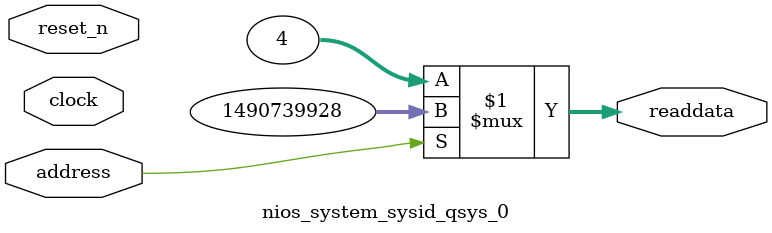
<source format=v>



// synthesis translate_off
`timescale 1ns / 1ps
// synthesis translate_on

// turn off superfluous verilog processor warnings 
// altera message_level Level1 
// altera message_off 10034 10035 10036 10037 10230 10240 10030 

module nios_system_sysid_qsys_0 (
               // inputs:
                address,
                clock,
                reset_n,

               // outputs:
                readdata
             )
;

  output  [ 31: 0] readdata;
  input            address;
  input            clock;
  input            reset_n;

  wire    [ 31: 0] readdata;
  //control_slave, which is an e_avalon_slave
  assign readdata = address ? 1490739928 : 4;

endmodule




</source>
